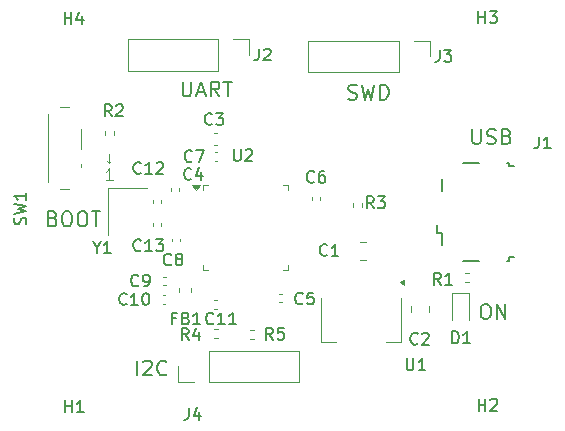
<source format=gbr>
%TF.GenerationSoftware,KiCad,Pcbnew,8.0.0*%
%TF.CreationDate,2024-04-09T16:16:32+09:00*%
%TF.ProjectId,240325_ESP32_d0146,32343033-3235-45f4-9553-5033325f6430,rev?*%
%TF.SameCoordinates,Original*%
%TF.FileFunction,Legend,Top*%
%TF.FilePolarity,Positive*%
%FSLAX46Y46*%
G04 Gerber Fmt 4.6, Leading zero omitted, Abs format (unit mm)*
G04 Created by KiCad (PCBNEW 8.0.0) date 2024-04-09 16:16:32*
%MOMM*%
%LPD*%
G01*
G04 APERTURE LIST*
%ADD10C,0.200000*%
%ADD11C,0.100000*%
%ADD12C,0.150000*%
%ADD13C,0.120000*%
G04 APERTURE END LIST*
D10*
X121979197Y-63936623D02*
X121979197Y-64948528D01*
X121979197Y-64948528D02*
X122038720Y-65067576D01*
X122038720Y-65067576D02*
X122098244Y-65127100D01*
X122098244Y-65127100D02*
X122217292Y-65186623D01*
X122217292Y-65186623D02*
X122455387Y-65186623D01*
X122455387Y-65186623D02*
X122574435Y-65127100D01*
X122574435Y-65127100D02*
X122633958Y-65067576D01*
X122633958Y-65067576D02*
X122693482Y-64948528D01*
X122693482Y-64948528D02*
X122693482Y-63936623D01*
X123229197Y-65127100D02*
X123407768Y-65186623D01*
X123407768Y-65186623D02*
X123705387Y-65186623D01*
X123705387Y-65186623D02*
X123824435Y-65127100D01*
X123824435Y-65127100D02*
X123883959Y-65067576D01*
X123883959Y-65067576D02*
X123943482Y-64948528D01*
X123943482Y-64948528D02*
X123943482Y-64829480D01*
X123943482Y-64829480D02*
X123883959Y-64710433D01*
X123883959Y-64710433D02*
X123824435Y-64650909D01*
X123824435Y-64650909D02*
X123705387Y-64591385D01*
X123705387Y-64591385D02*
X123467292Y-64531861D01*
X123467292Y-64531861D02*
X123348244Y-64472338D01*
X123348244Y-64472338D02*
X123288721Y-64412814D01*
X123288721Y-64412814D02*
X123229197Y-64293766D01*
X123229197Y-64293766D02*
X123229197Y-64174719D01*
X123229197Y-64174719D02*
X123288721Y-64055671D01*
X123288721Y-64055671D02*
X123348244Y-63996147D01*
X123348244Y-63996147D02*
X123467292Y-63936623D01*
X123467292Y-63936623D02*
X123764911Y-63936623D01*
X123764911Y-63936623D02*
X123943482Y-63996147D01*
X124895863Y-64531861D02*
X125074435Y-64591385D01*
X125074435Y-64591385D02*
X125133958Y-64650909D01*
X125133958Y-64650909D02*
X125193482Y-64769957D01*
X125193482Y-64769957D02*
X125193482Y-64948528D01*
X125193482Y-64948528D02*
X125133958Y-65067576D01*
X125133958Y-65067576D02*
X125074435Y-65127100D01*
X125074435Y-65127100D02*
X124955387Y-65186623D01*
X124955387Y-65186623D02*
X124479197Y-65186623D01*
X124479197Y-65186623D02*
X124479197Y-63936623D01*
X124479197Y-63936623D02*
X124895863Y-63936623D01*
X124895863Y-63936623D02*
X125014911Y-63996147D01*
X125014911Y-63996147D02*
X125074435Y-64055671D01*
X125074435Y-64055671D02*
X125133958Y-64174719D01*
X125133958Y-64174719D02*
X125133958Y-64293766D01*
X125133958Y-64293766D02*
X125074435Y-64412814D01*
X125074435Y-64412814D02*
X125014911Y-64472338D01*
X125014911Y-64472338D02*
X124895863Y-64531861D01*
X124895863Y-64531861D02*
X124479197Y-64531861D01*
X122992292Y-78736623D02*
X123230387Y-78736623D01*
X123230387Y-78736623D02*
X123349435Y-78796147D01*
X123349435Y-78796147D02*
X123468482Y-78915195D01*
X123468482Y-78915195D02*
X123528006Y-79153290D01*
X123528006Y-79153290D02*
X123528006Y-79569957D01*
X123528006Y-79569957D02*
X123468482Y-79808052D01*
X123468482Y-79808052D02*
X123349435Y-79927100D01*
X123349435Y-79927100D02*
X123230387Y-79986623D01*
X123230387Y-79986623D02*
X122992292Y-79986623D01*
X122992292Y-79986623D02*
X122873244Y-79927100D01*
X122873244Y-79927100D02*
X122754197Y-79808052D01*
X122754197Y-79808052D02*
X122694673Y-79569957D01*
X122694673Y-79569957D02*
X122694673Y-79153290D01*
X122694673Y-79153290D02*
X122754197Y-78915195D01*
X122754197Y-78915195D02*
X122873244Y-78796147D01*
X122873244Y-78796147D02*
X122992292Y-78736623D01*
X124063721Y-79986623D02*
X124063721Y-78736623D01*
X124063721Y-78736623D02*
X124778006Y-79986623D01*
X124778006Y-79986623D02*
X124778006Y-78736623D01*
X93579197Y-84761623D02*
X93579197Y-83511623D01*
X94114911Y-83630671D02*
X94174435Y-83571147D01*
X94174435Y-83571147D02*
X94293482Y-83511623D01*
X94293482Y-83511623D02*
X94591101Y-83511623D01*
X94591101Y-83511623D02*
X94710149Y-83571147D01*
X94710149Y-83571147D02*
X94769673Y-83630671D01*
X94769673Y-83630671D02*
X94829196Y-83749719D01*
X94829196Y-83749719D02*
X94829196Y-83868766D01*
X94829196Y-83868766D02*
X94769673Y-84047338D01*
X94769673Y-84047338D02*
X94055387Y-84761623D01*
X94055387Y-84761623D02*
X94829196Y-84761623D01*
X96079196Y-84642576D02*
X96019672Y-84702100D01*
X96019672Y-84702100D02*
X95841101Y-84761623D01*
X95841101Y-84761623D02*
X95722053Y-84761623D01*
X95722053Y-84761623D02*
X95543482Y-84702100D01*
X95543482Y-84702100D02*
X95424434Y-84583052D01*
X95424434Y-84583052D02*
X95364911Y-84464004D01*
X95364911Y-84464004D02*
X95305387Y-84225909D01*
X95305387Y-84225909D02*
X95305387Y-84047338D01*
X95305387Y-84047338D02*
X95364911Y-83809242D01*
X95364911Y-83809242D02*
X95424434Y-83690195D01*
X95424434Y-83690195D02*
X95543482Y-83571147D01*
X95543482Y-83571147D02*
X95722053Y-83511623D01*
X95722053Y-83511623D02*
X95841101Y-83511623D01*
X95841101Y-83511623D02*
X96019672Y-83571147D01*
X96019672Y-83571147D02*
X96079196Y-83630671D01*
D11*
X91527693Y-68247419D02*
X90956265Y-68247419D01*
X91241979Y-68247419D02*
X91241979Y-67247419D01*
X91241979Y-67247419D02*
X91146741Y-67390276D01*
X91146741Y-67390276D02*
X91051503Y-67485514D01*
X91051503Y-67485514D02*
X90956265Y-67533133D01*
X91209836Y-66010514D02*
X91209836Y-66772419D01*
X91400312Y-66581942D02*
X91209836Y-66772419D01*
X91209836Y-66772419D02*
X91019360Y-66581942D01*
D10*
X86470863Y-71481861D02*
X86649435Y-71541385D01*
X86649435Y-71541385D02*
X86708958Y-71600909D01*
X86708958Y-71600909D02*
X86768482Y-71719957D01*
X86768482Y-71719957D02*
X86768482Y-71898528D01*
X86768482Y-71898528D02*
X86708958Y-72017576D01*
X86708958Y-72017576D02*
X86649435Y-72077100D01*
X86649435Y-72077100D02*
X86530387Y-72136623D01*
X86530387Y-72136623D02*
X86054197Y-72136623D01*
X86054197Y-72136623D02*
X86054197Y-70886623D01*
X86054197Y-70886623D02*
X86470863Y-70886623D01*
X86470863Y-70886623D02*
X86589911Y-70946147D01*
X86589911Y-70946147D02*
X86649435Y-71005671D01*
X86649435Y-71005671D02*
X86708958Y-71124719D01*
X86708958Y-71124719D02*
X86708958Y-71243766D01*
X86708958Y-71243766D02*
X86649435Y-71362814D01*
X86649435Y-71362814D02*
X86589911Y-71422338D01*
X86589911Y-71422338D02*
X86470863Y-71481861D01*
X86470863Y-71481861D02*
X86054197Y-71481861D01*
X87542292Y-70886623D02*
X87780387Y-70886623D01*
X87780387Y-70886623D02*
X87899435Y-70946147D01*
X87899435Y-70946147D02*
X88018482Y-71065195D01*
X88018482Y-71065195D02*
X88078006Y-71303290D01*
X88078006Y-71303290D02*
X88078006Y-71719957D01*
X88078006Y-71719957D02*
X88018482Y-71958052D01*
X88018482Y-71958052D02*
X87899435Y-72077100D01*
X87899435Y-72077100D02*
X87780387Y-72136623D01*
X87780387Y-72136623D02*
X87542292Y-72136623D01*
X87542292Y-72136623D02*
X87423244Y-72077100D01*
X87423244Y-72077100D02*
X87304197Y-71958052D01*
X87304197Y-71958052D02*
X87244673Y-71719957D01*
X87244673Y-71719957D02*
X87244673Y-71303290D01*
X87244673Y-71303290D02*
X87304197Y-71065195D01*
X87304197Y-71065195D02*
X87423244Y-70946147D01*
X87423244Y-70946147D02*
X87542292Y-70886623D01*
X88851816Y-70886623D02*
X89089911Y-70886623D01*
X89089911Y-70886623D02*
X89208959Y-70946147D01*
X89208959Y-70946147D02*
X89328006Y-71065195D01*
X89328006Y-71065195D02*
X89387530Y-71303290D01*
X89387530Y-71303290D02*
X89387530Y-71719957D01*
X89387530Y-71719957D02*
X89328006Y-71958052D01*
X89328006Y-71958052D02*
X89208959Y-72077100D01*
X89208959Y-72077100D02*
X89089911Y-72136623D01*
X89089911Y-72136623D02*
X88851816Y-72136623D01*
X88851816Y-72136623D02*
X88732768Y-72077100D01*
X88732768Y-72077100D02*
X88613721Y-71958052D01*
X88613721Y-71958052D02*
X88554197Y-71719957D01*
X88554197Y-71719957D02*
X88554197Y-71303290D01*
X88554197Y-71303290D02*
X88613721Y-71065195D01*
X88613721Y-71065195D02*
X88732768Y-70946147D01*
X88732768Y-70946147D02*
X88851816Y-70886623D01*
X89744673Y-70886623D02*
X90458959Y-70886623D01*
X90101816Y-72136623D02*
X90101816Y-70886623D01*
X97454197Y-59886623D02*
X97454197Y-60898528D01*
X97454197Y-60898528D02*
X97513720Y-61017576D01*
X97513720Y-61017576D02*
X97573244Y-61077100D01*
X97573244Y-61077100D02*
X97692292Y-61136623D01*
X97692292Y-61136623D02*
X97930387Y-61136623D01*
X97930387Y-61136623D02*
X98049435Y-61077100D01*
X98049435Y-61077100D02*
X98108958Y-61017576D01*
X98108958Y-61017576D02*
X98168482Y-60898528D01*
X98168482Y-60898528D02*
X98168482Y-59886623D01*
X98704197Y-60779480D02*
X99299435Y-60779480D01*
X98585149Y-61136623D02*
X99001816Y-59886623D01*
X99001816Y-59886623D02*
X99418482Y-61136623D01*
X100549435Y-61136623D02*
X100132769Y-60541385D01*
X99835150Y-61136623D02*
X99835150Y-59886623D01*
X99835150Y-59886623D02*
X100311340Y-59886623D01*
X100311340Y-59886623D02*
X100430388Y-59946147D01*
X100430388Y-59946147D02*
X100489911Y-60005671D01*
X100489911Y-60005671D02*
X100549435Y-60124719D01*
X100549435Y-60124719D02*
X100549435Y-60303290D01*
X100549435Y-60303290D02*
X100489911Y-60422338D01*
X100489911Y-60422338D02*
X100430388Y-60481861D01*
X100430388Y-60481861D02*
X100311340Y-60541385D01*
X100311340Y-60541385D02*
X99835150Y-60541385D01*
X100906578Y-59886623D02*
X101620864Y-59886623D01*
X101263721Y-61136623D02*
X101263721Y-59886623D01*
X111494673Y-61352100D02*
X111673244Y-61411623D01*
X111673244Y-61411623D02*
X111970863Y-61411623D01*
X111970863Y-61411623D02*
X112089911Y-61352100D01*
X112089911Y-61352100D02*
X112149435Y-61292576D01*
X112149435Y-61292576D02*
X112208958Y-61173528D01*
X112208958Y-61173528D02*
X112208958Y-61054480D01*
X112208958Y-61054480D02*
X112149435Y-60935433D01*
X112149435Y-60935433D02*
X112089911Y-60875909D01*
X112089911Y-60875909D02*
X111970863Y-60816385D01*
X111970863Y-60816385D02*
X111732768Y-60756861D01*
X111732768Y-60756861D02*
X111613720Y-60697338D01*
X111613720Y-60697338D02*
X111554197Y-60637814D01*
X111554197Y-60637814D02*
X111494673Y-60518766D01*
X111494673Y-60518766D02*
X111494673Y-60399719D01*
X111494673Y-60399719D02*
X111554197Y-60280671D01*
X111554197Y-60280671D02*
X111613720Y-60221147D01*
X111613720Y-60221147D02*
X111732768Y-60161623D01*
X111732768Y-60161623D02*
X112030387Y-60161623D01*
X112030387Y-60161623D02*
X112208958Y-60221147D01*
X112625625Y-60161623D02*
X112923244Y-61411623D01*
X112923244Y-61411623D02*
X113161339Y-60518766D01*
X113161339Y-60518766D02*
X113399434Y-61411623D01*
X113399434Y-61411623D02*
X113697054Y-60161623D01*
X114173244Y-61411623D02*
X114173244Y-60161623D01*
X114173244Y-60161623D02*
X114470863Y-60161623D01*
X114470863Y-60161623D02*
X114649434Y-60221147D01*
X114649434Y-60221147D02*
X114768482Y-60340195D01*
X114768482Y-60340195D02*
X114828005Y-60459242D01*
X114828005Y-60459242D02*
X114887529Y-60697338D01*
X114887529Y-60697338D02*
X114887529Y-60875909D01*
X114887529Y-60875909D02*
X114828005Y-61114004D01*
X114828005Y-61114004D02*
X114768482Y-61233052D01*
X114768482Y-61233052D02*
X114649434Y-61352100D01*
X114649434Y-61352100D02*
X114470863Y-61411623D01*
X114470863Y-61411623D02*
X114173244Y-61411623D01*
D12*
X84157200Y-71983332D02*
X84204819Y-71840475D01*
X84204819Y-71840475D02*
X84204819Y-71602380D01*
X84204819Y-71602380D02*
X84157200Y-71507142D01*
X84157200Y-71507142D02*
X84109580Y-71459523D01*
X84109580Y-71459523D02*
X84014342Y-71411904D01*
X84014342Y-71411904D02*
X83919104Y-71411904D01*
X83919104Y-71411904D02*
X83823866Y-71459523D01*
X83823866Y-71459523D02*
X83776247Y-71507142D01*
X83776247Y-71507142D02*
X83728628Y-71602380D01*
X83728628Y-71602380D02*
X83681009Y-71792856D01*
X83681009Y-71792856D02*
X83633390Y-71888094D01*
X83633390Y-71888094D02*
X83585771Y-71935713D01*
X83585771Y-71935713D02*
X83490533Y-71983332D01*
X83490533Y-71983332D02*
X83395295Y-71983332D01*
X83395295Y-71983332D02*
X83300057Y-71935713D01*
X83300057Y-71935713D02*
X83252438Y-71888094D01*
X83252438Y-71888094D02*
X83204819Y-71792856D01*
X83204819Y-71792856D02*
X83204819Y-71554761D01*
X83204819Y-71554761D02*
X83252438Y-71411904D01*
X83204819Y-71078570D02*
X84204819Y-70840475D01*
X84204819Y-70840475D02*
X83490533Y-70649999D01*
X83490533Y-70649999D02*
X84204819Y-70459523D01*
X84204819Y-70459523D02*
X83204819Y-70221428D01*
X84204819Y-69316666D02*
X84204819Y-69888094D01*
X84204819Y-69602380D02*
X83204819Y-69602380D01*
X83204819Y-69602380D02*
X83347676Y-69697618D01*
X83347676Y-69697618D02*
X83442914Y-69792856D01*
X83442914Y-69792856D02*
X83490533Y-69888094D01*
X97958333Y-81779819D02*
X97625000Y-81303628D01*
X97386905Y-81779819D02*
X97386905Y-80779819D01*
X97386905Y-80779819D02*
X97767857Y-80779819D01*
X97767857Y-80779819D02*
X97863095Y-80827438D01*
X97863095Y-80827438D02*
X97910714Y-80875057D01*
X97910714Y-80875057D02*
X97958333Y-80970295D01*
X97958333Y-80970295D02*
X97958333Y-81113152D01*
X97958333Y-81113152D02*
X97910714Y-81208390D01*
X97910714Y-81208390D02*
X97863095Y-81256009D01*
X97863095Y-81256009D02*
X97767857Y-81303628D01*
X97767857Y-81303628D02*
X97386905Y-81303628D01*
X98815476Y-81113152D02*
X98815476Y-81779819D01*
X98577381Y-80732200D02*
X98339286Y-81446485D01*
X98339286Y-81446485D02*
X98958333Y-81446485D01*
X91433333Y-62829819D02*
X91100000Y-62353628D01*
X90861905Y-62829819D02*
X90861905Y-61829819D01*
X90861905Y-61829819D02*
X91242857Y-61829819D01*
X91242857Y-61829819D02*
X91338095Y-61877438D01*
X91338095Y-61877438D02*
X91385714Y-61925057D01*
X91385714Y-61925057D02*
X91433333Y-62020295D01*
X91433333Y-62020295D02*
X91433333Y-62163152D01*
X91433333Y-62163152D02*
X91385714Y-62258390D01*
X91385714Y-62258390D02*
X91338095Y-62306009D01*
X91338095Y-62306009D02*
X91242857Y-62353628D01*
X91242857Y-62353628D02*
X90861905Y-62353628D01*
X91814286Y-61925057D02*
X91861905Y-61877438D01*
X91861905Y-61877438D02*
X91957143Y-61829819D01*
X91957143Y-61829819D02*
X92195238Y-61829819D01*
X92195238Y-61829819D02*
X92290476Y-61877438D01*
X92290476Y-61877438D02*
X92338095Y-61925057D01*
X92338095Y-61925057D02*
X92385714Y-62020295D01*
X92385714Y-62020295D02*
X92385714Y-62115533D01*
X92385714Y-62115533D02*
X92338095Y-62258390D01*
X92338095Y-62258390D02*
X91766667Y-62829819D01*
X91766667Y-62829819D02*
X92385714Y-62829819D01*
X116425595Y-83329819D02*
X116425595Y-84139342D01*
X116425595Y-84139342D02*
X116473214Y-84234580D01*
X116473214Y-84234580D02*
X116520833Y-84282200D01*
X116520833Y-84282200D02*
X116616071Y-84329819D01*
X116616071Y-84329819D02*
X116806547Y-84329819D01*
X116806547Y-84329819D02*
X116901785Y-84282200D01*
X116901785Y-84282200D02*
X116949404Y-84234580D01*
X116949404Y-84234580D02*
X116997023Y-84139342D01*
X116997023Y-84139342D02*
X116997023Y-83329819D01*
X117997023Y-84329819D02*
X117425595Y-84329819D01*
X117711309Y-84329819D02*
X117711309Y-83329819D01*
X117711309Y-83329819D02*
X117616071Y-83472676D01*
X117616071Y-83472676D02*
X117520833Y-83567914D01*
X117520833Y-83567914D02*
X117425595Y-83615533D01*
X103916666Y-57104819D02*
X103916666Y-57819104D01*
X103916666Y-57819104D02*
X103869047Y-57961961D01*
X103869047Y-57961961D02*
X103773809Y-58057200D01*
X103773809Y-58057200D02*
X103630952Y-58104819D01*
X103630952Y-58104819D02*
X103535714Y-58104819D01*
X104345238Y-57200057D02*
X104392857Y-57152438D01*
X104392857Y-57152438D02*
X104488095Y-57104819D01*
X104488095Y-57104819D02*
X104726190Y-57104819D01*
X104726190Y-57104819D02*
X104821428Y-57152438D01*
X104821428Y-57152438D02*
X104869047Y-57200057D01*
X104869047Y-57200057D02*
X104916666Y-57295295D01*
X104916666Y-57295295D02*
X104916666Y-57390533D01*
X104916666Y-57390533D02*
X104869047Y-57533390D01*
X104869047Y-57533390D02*
X104297619Y-58104819D01*
X104297619Y-58104819D02*
X104916666Y-58104819D01*
X93907142Y-67609580D02*
X93859523Y-67657200D01*
X93859523Y-67657200D02*
X93716666Y-67704819D01*
X93716666Y-67704819D02*
X93621428Y-67704819D01*
X93621428Y-67704819D02*
X93478571Y-67657200D01*
X93478571Y-67657200D02*
X93383333Y-67561961D01*
X93383333Y-67561961D02*
X93335714Y-67466723D01*
X93335714Y-67466723D02*
X93288095Y-67276247D01*
X93288095Y-67276247D02*
X93288095Y-67133390D01*
X93288095Y-67133390D02*
X93335714Y-66942914D01*
X93335714Y-66942914D02*
X93383333Y-66847676D01*
X93383333Y-66847676D02*
X93478571Y-66752438D01*
X93478571Y-66752438D02*
X93621428Y-66704819D01*
X93621428Y-66704819D02*
X93716666Y-66704819D01*
X93716666Y-66704819D02*
X93859523Y-66752438D01*
X93859523Y-66752438D02*
X93907142Y-66800057D01*
X94859523Y-67704819D02*
X94288095Y-67704819D01*
X94573809Y-67704819D02*
X94573809Y-66704819D01*
X94573809Y-66704819D02*
X94478571Y-66847676D01*
X94478571Y-66847676D02*
X94383333Y-66942914D01*
X94383333Y-66942914D02*
X94288095Y-66990533D01*
X95240476Y-66800057D02*
X95288095Y-66752438D01*
X95288095Y-66752438D02*
X95383333Y-66704819D01*
X95383333Y-66704819D02*
X95621428Y-66704819D01*
X95621428Y-66704819D02*
X95716666Y-66752438D01*
X95716666Y-66752438D02*
X95764285Y-66800057D01*
X95764285Y-66800057D02*
X95811904Y-66895295D01*
X95811904Y-66895295D02*
X95811904Y-66990533D01*
X95811904Y-66990533D02*
X95764285Y-67133390D01*
X95764285Y-67133390D02*
X95192857Y-67704819D01*
X95192857Y-67704819D02*
X95811904Y-67704819D01*
X101788095Y-65604819D02*
X101788095Y-66414342D01*
X101788095Y-66414342D02*
X101835714Y-66509580D01*
X101835714Y-66509580D02*
X101883333Y-66557200D01*
X101883333Y-66557200D02*
X101978571Y-66604819D01*
X101978571Y-66604819D02*
X102169047Y-66604819D01*
X102169047Y-66604819D02*
X102264285Y-66557200D01*
X102264285Y-66557200D02*
X102311904Y-66509580D01*
X102311904Y-66509580D02*
X102359523Y-66414342D01*
X102359523Y-66414342D02*
X102359523Y-65604819D01*
X102788095Y-65700057D02*
X102835714Y-65652438D01*
X102835714Y-65652438D02*
X102930952Y-65604819D01*
X102930952Y-65604819D02*
X103169047Y-65604819D01*
X103169047Y-65604819D02*
X103264285Y-65652438D01*
X103264285Y-65652438D02*
X103311904Y-65700057D01*
X103311904Y-65700057D02*
X103359523Y-65795295D01*
X103359523Y-65795295D02*
X103359523Y-65890533D01*
X103359523Y-65890533D02*
X103311904Y-66033390D01*
X103311904Y-66033390D02*
X102740476Y-66604819D01*
X102740476Y-66604819D02*
X103359523Y-66604819D01*
X87513095Y-87879819D02*
X87513095Y-86879819D01*
X87513095Y-87356009D02*
X88084523Y-87356009D01*
X88084523Y-87879819D02*
X88084523Y-86879819D01*
X89084523Y-87879819D02*
X88513095Y-87879819D01*
X88798809Y-87879819D02*
X88798809Y-86879819D01*
X88798809Y-86879819D02*
X88703571Y-87022676D01*
X88703571Y-87022676D02*
X88608333Y-87117914D01*
X88608333Y-87117914D02*
X88513095Y-87165533D01*
X107608333Y-78659580D02*
X107560714Y-78707200D01*
X107560714Y-78707200D02*
X107417857Y-78754819D01*
X107417857Y-78754819D02*
X107322619Y-78754819D01*
X107322619Y-78754819D02*
X107179762Y-78707200D01*
X107179762Y-78707200D02*
X107084524Y-78611961D01*
X107084524Y-78611961D02*
X107036905Y-78516723D01*
X107036905Y-78516723D02*
X106989286Y-78326247D01*
X106989286Y-78326247D02*
X106989286Y-78183390D01*
X106989286Y-78183390D02*
X107036905Y-77992914D01*
X107036905Y-77992914D02*
X107084524Y-77897676D01*
X107084524Y-77897676D02*
X107179762Y-77802438D01*
X107179762Y-77802438D02*
X107322619Y-77754819D01*
X107322619Y-77754819D02*
X107417857Y-77754819D01*
X107417857Y-77754819D02*
X107560714Y-77802438D01*
X107560714Y-77802438D02*
X107608333Y-77850057D01*
X108513095Y-77754819D02*
X108036905Y-77754819D01*
X108036905Y-77754819D02*
X107989286Y-78231009D01*
X107989286Y-78231009D02*
X108036905Y-78183390D01*
X108036905Y-78183390D02*
X108132143Y-78135771D01*
X108132143Y-78135771D02*
X108370238Y-78135771D01*
X108370238Y-78135771D02*
X108465476Y-78183390D01*
X108465476Y-78183390D02*
X108513095Y-78231009D01*
X108513095Y-78231009D02*
X108560714Y-78326247D01*
X108560714Y-78326247D02*
X108560714Y-78564342D01*
X108560714Y-78564342D02*
X108513095Y-78659580D01*
X108513095Y-78659580D02*
X108465476Y-78707200D01*
X108465476Y-78707200D02*
X108370238Y-78754819D01*
X108370238Y-78754819D02*
X108132143Y-78754819D01*
X108132143Y-78754819D02*
X108036905Y-78707200D01*
X108036905Y-78707200D02*
X107989286Y-78659580D01*
X96483333Y-75359580D02*
X96435714Y-75407200D01*
X96435714Y-75407200D02*
X96292857Y-75454819D01*
X96292857Y-75454819D02*
X96197619Y-75454819D01*
X96197619Y-75454819D02*
X96054762Y-75407200D01*
X96054762Y-75407200D02*
X95959524Y-75311961D01*
X95959524Y-75311961D02*
X95911905Y-75216723D01*
X95911905Y-75216723D02*
X95864286Y-75026247D01*
X95864286Y-75026247D02*
X95864286Y-74883390D01*
X95864286Y-74883390D02*
X95911905Y-74692914D01*
X95911905Y-74692914D02*
X95959524Y-74597676D01*
X95959524Y-74597676D02*
X96054762Y-74502438D01*
X96054762Y-74502438D02*
X96197619Y-74454819D01*
X96197619Y-74454819D02*
X96292857Y-74454819D01*
X96292857Y-74454819D02*
X96435714Y-74502438D01*
X96435714Y-74502438D02*
X96483333Y-74550057D01*
X97054762Y-74883390D02*
X96959524Y-74835771D01*
X96959524Y-74835771D02*
X96911905Y-74788152D01*
X96911905Y-74788152D02*
X96864286Y-74692914D01*
X96864286Y-74692914D02*
X96864286Y-74645295D01*
X96864286Y-74645295D02*
X96911905Y-74550057D01*
X96911905Y-74550057D02*
X96959524Y-74502438D01*
X96959524Y-74502438D02*
X97054762Y-74454819D01*
X97054762Y-74454819D02*
X97245238Y-74454819D01*
X97245238Y-74454819D02*
X97340476Y-74502438D01*
X97340476Y-74502438D02*
X97388095Y-74550057D01*
X97388095Y-74550057D02*
X97435714Y-74645295D01*
X97435714Y-74645295D02*
X97435714Y-74692914D01*
X97435714Y-74692914D02*
X97388095Y-74788152D01*
X97388095Y-74788152D02*
X97340476Y-74835771D01*
X97340476Y-74835771D02*
X97245238Y-74883390D01*
X97245238Y-74883390D02*
X97054762Y-74883390D01*
X97054762Y-74883390D02*
X96959524Y-74931009D01*
X96959524Y-74931009D02*
X96911905Y-74978628D01*
X96911905Y-74978628D02*
X96864286Y-75073866D01*
X96864286Y-75073866D02*
X96864286Y-75264342D01*
X96864286Y-75264342D02*
X96911905Y-75359580D01*
X96911905Y-75359580D02*
X96959524Y-75407200D01*
X96959524Y-75407200D02*
X97054762Y-75454819D01*
X97054762Y-75454819D02*
X97245238Y-75454819D01*
X97245238Y-75454819D02*
X97340476Y-75407200D01*
X97340476Y-75407200D02*
X97388095Y-75359580D01*
X97388095Y-75359580D02*
X97435714Y-75264342D01*
X97435714Y-75264342D02*
X97435714Y-75073866D01*
X97435714Y-75073866D02*
X97388095Y-74978628D01*
X97388095Y-74978628D02*
X97340476Y-74931009D01*
X97340476Y-74931009D02*
X97245238Y-74883390D01*
X122513095Y-87754819D02*
X122513095Y-86754819D01*
X122513095Y-87231009D02*
X123084523Y-87231009D01*
X123084523Y-87754819D02*
X123084523Y-86754819D01*
X123513095Y-86850057D02*
X123560714Y-86802438D01*
X123560714Y-86802438D02*
X123655952Y-86754819D01*
X123655952Y-86754819D02*
X123894047Y-86754819D01*
X123894047Y-86754819D02*
X123989285Y-86802438D01*
X123989285Y-86802438D02*
X124036904Y-86850057D01*
X124036904Y-86850057D02*
X124084523Y-86945295D01*
X124084523Y-86945295D02*
X124084523Y-87040533D01*
X124084523Y-87040533D02*
X124036904Y-87183390D01*
X124036904Y-87183390D02*
X123465476Y-87754819D01*
X123465476Y-87754819D02*
X124084523Y-87754819D01*
X117358333Y-82059580D02*
X117310714Y-82107200D01*
X117310714Y-82107200D02*
X117167857Y-82154819D01*
X117167857Y-82154819D02*
X117072619Y-82154819D01*
X117072619Y-82154819D02*
X116929762Y-82107200D01*
X116929762Y-82107200D02*
X116834524Y-82011961D01*
X116834524Y-82011961D02*
X116786905Y-81916723D01*
X116786905Y-81916723D02*
X116739286Y-81726247D01*
X116739286Y-81726247D02*
X116739286Y-81583390D01*
X116739286Y-81583390D02*
X116786905Y-81392914D01*
X116786905Y-81392914D02*
X116834524Y-81297676D01*
X116834524Y-81297676D02*
X116929762Y-81202438D01*
X116929762Y-81202438D02*
X117072619Y-81154819D01*
X117072619Y-81154819D02*
X117167857Y-81154819D01*
X117167857Y-81154819D02*
X117310714Y-81202438D01*
X117310714Y-81202438D02*
X117358333Y-81250057D01*
X117739286Y-81250057D02*
X117786905Y-81202438D01*
X117786905Y-81202438D02*
X117882143Y-81154819D01*
X117882143Y-81154819D02*
X118120238Y-81154819D01*
X118120238Y-81154819D02*
X118215476Y-81202438D01*
X118215476Y-81202438D02*
X118263095Y-81250057D01*
X118263095Y-81250057D02*
X118310714Y-81345295D01*
X118310714Y-81345295D02*
X118310714Y-81440533D01*
X118310714Y-81440533D02*
X118263095Y-81583390D01*
X118263095Y-81583390D02*
X117691667Y-82154819D01*
X117691667Y-82154819D02*
X118310714Y-82154819D01*
X98183333Y-68109580D02*
X98135714Y-68157200D01*
X98135714Y-68157200D02*
X97992857Y-68204819D01*
X97992857Y-68204819D02*
X97897619Y-68204819D01*
X97897619Y-68204819D02*
X97754762Y-68157200D01*
X97754762Y-68157200D02*
X97659524Y-68061961D01*
X97659524Y-68061961D02*
X97611905Y-67966723D01*
X97611905Y-67966723D02*
X97564286Y-67776247D01*
X97564286Y-67776247D02*
X97564286Y-67633390D01*
X97564286Y-67633390D02*
X97611905Y-67442914D01*
X97611905Y-67442914D02*
X97659524Y-67347676D01*
X97659524Y-67347676D02*
X97754762Y-67252438D01*
X97754762Y-67252438D02*
X97897619Y-67204819D01*
X97897619Y-67204819D02*
X97992857Y-67204819D01*
X97992857Y-67204819D02*
X98135714Y-67252438D01*
X98135714Y-67252438D02*
X98183333Y-67300057D01*
X99040476Y-67538152D02*
X99040476Y-68204819D01*
X98802381Y-67157200D02*
X98564286Y-67871485D01*
X98564286Y-67871485D02*
X99183333Y-67871485D01*
X108583333Y-68359580D02*
X108535714Y-68407200D01*
X108535714Y-68407200D02*
X108392857Y-68454819D01*
X108392857Y-68454819D02*
X108297619Y-68454819D01*
X108297619Y-68454819D02*
X108154762Y-68407200D01*
X108154762Y-68407200D02*
X108059524Y-68311961D01*
X108059524Y-68311961D02*
X108011905Y-68216723D01*
X108011905Y-68216723D02*
X107964286Y-68026247D01*
X107964286Y-68026247D02*
X107964286Y-67883390D01*
X107964286Y-67883390D02*
X108011905Y-67692914D01*
X108011905Y-67692914D02*
X108059524Y-67597676D01*
X108059524Y-67597676D02*
X108154762Y-67502438D01*
X108154762Y-67502438D02*
X108297619Y-67454819D01*
X108297619Y-67454819D02*
X108392857Y-67454819D01*
X108392857Y-67454819D02*
X108535714Y-67502438D01*
X108535714Y-67502438D02*
X108583333Y-67550057D01*
X109440476Y-67454819D02*
X109250000Y-67454819D01*
X109250000Y-67454819D02*
X109154762Y-67502438D01*
X109154762Y-67502438D02*
X109107143Y-67550057D01*
X109107143Y-67550057D02*
X109011905Y-67692914D01*
X109011905Y-67692914D02*
X108964286Y-67883390D01*
X108964286Y-67883390D02*
X108964286Y-68264342D01*
X108964286Y-68264342D02*
X109011905Y-68359580D01*
X109011905Y-68359580D02*
X109059524Y-68407200D01*
X109059524Y-68407200D02*
X109154762Y-68454819D01*
X109154762Y-68454819D02*
X109345238Y-68454819D01*
X109345238Y-68454819D02*
X109440476Y-68407200D01*
X109440476Y-68407200D02*
X109488095Y-68359580D01*
X109488095Y-68359580D02*
X109535714Y-68264342D01*
X109535714Y-68264342D02*
X109535714Y-68026247D01*
X109535714Y-68026247D02*
X109488095Y-67931009D01*
X109488095Y-67931009D02*
X109440476Y-67883390D01*
X109440476Y-67883390D02*
X109345238Y-67835771D01*
X109345238Y-67835771D02*
X109154762Y-67835771D01*
X109154762Y-67835771D02*
X109059524Y-67883390D01*
X109059524Y-67883390D02*
X109011905Y-67931009D01*
X109011905Y-67931009D02*
X108964286Y-68026247D01*
X122488095Y-54929819D02*
X122488095Y-53929819D01*
X122488095Y-54406009D02*
X123059523Y-54406009D01*
X123059523Y-54929819D02*
X123059523Y-53929819D01*
X123440476Y-53929819D02*
X124059523Y-53929819D01*
X124059523Y-53929819D02*
X123726190Y-54310771D01*
X123726190Y-54310771D02*
X123869047Y-54310771D01*
X123869047Y-54310771D02*
X123964285Y-54358390D01*
X123964285Y-54358390D02*
X124011904Y-54406009D01*
X124011904Y-54406009D02*
X124059523Y-54501247D01*
X124059523Y-54501247D02*
X124059523Y-54739342D01*
X124059523Y-54739342D02*
X124011904Y-54834580D01*
X124011904Y-54834580D02*
X123964285Y-54882200D01*
X123964285Y-54882200D02*
X123869047Y-54929819D01*
X123869047Y-54929819D02*
X123583333Y-54929819D01*
X123583333Y-54929819D02*
X123488095Y-54882200D01*
X123488095Y-54882200D02*
X123440476Y-54834580D01*
X109683333Y-74559580D02*
X109635714Y-74607200D01*
X109635714Y-74607200D02*
X109492857Y-74654819D01*
X109492857Y-74654819D02*
X109397619Y-74654819D01*
X109397619Y-74654819D02*
X109254762Y-74607200D01*
X109254762Y-74607200D02*
X109159524Y-74511961D01*
X109159524Y-74511961D02*
X109111905Y-74416723D01*
X109111905Y-74416723D02*
X109064286Y-74226247D01*
X109064286Y-74226247D02*
X109064286Y-74083390D01*
X109064286Y-74083390D02*
X109111905Y-73892914D01*
X109111905Y-73892914D02*
X109159524Y-73797676D01*
X109159524Y-73797676D02*
X109254762Y-73702438D01*
X109254762Y-73702438D02*
X109397619Y-73654819D01*
X109397619Y-73654819D02*
X109492857Y-73654819D01*
X109492857Y-73654819D02*
X109635714Y-73702438D01*
X109635714Y-73702438D02*
X109683333Y-73750057D01*
X110635714Y-74654819D02*
X110064286Y-74654819D01*
X110350000Y-74654819D02*
X110350000Y-73654819D01*
X110350000Y-73654819D02*
X110254762Y-73797676D01*
X110254762Y-73797676D02*
X110159524Y-73892914D01*
X110159524Y-73892914D02*
X110064286Y-73940533D01*
X119308333Y-77079819D02*
X118975000Y-76603628D01*
X118736905Y-77079819D02*
X118736905Y-76079819D01*
X118736905Y-76079819D02*
X119117857Y-76079819D01*
X119117857Y-76079819D02*
X119213095Y-76127438D01*
X119213095Y-76127438D02*
X119260714Y-76175057D01*
X119260714Y-76175057D02*
X119308333Y-76270295D01*
X119308333Y-76270295D02*
X119308333Y-76413152D01*
X119308333Y-76413152D02*
X119260714Y-76508390D01*
X119260714Y-76508390D02*
X119213095Y-76556009D01*
X119213095Y-76556009D02*
X119117857Y-76603628D01*
X119117857Y-76603628D02*
X118736905Y-76603628D01*
X120260714Y-77079819D02*
X119689286Y-77079819D01*
X119975000Y-77079819D02*
X119975000Y-76079819D01*
X119975000Y-76079819D02*
X119879762Y-76222676D01*
X119879762Y-76222676D02*
X119784524Y-76317914D01*
X119784524Y-76317914D02*
X119689286Y-76365533D01*
X127616666Y-64554819D02*
X127616666Y-65269104D01*
X127616666Y-65269104D02*
X127569047Y-65411961D01*
X127569047Y-65411961D02*
X127473809Y-65507200D01*
X127473809Y-65507200D02*
X127330952Y-65554819D01*
X127330952Y-65554819D02*
X127235714Y-65554819D01*
X128616666Y-65554819D02*
X128045238Y-65554819D01*
X128330952Y-65554819D02*
X128330952Y-64554819D01*
X128330952Y-64554819D02*
X128235714Y-64697676D01*
X128235714Y-64697676D02*
X128140476Y-64792914D01*
X128140476Y-64792914D02*
X128045238Y-64840533D01*
X90173809Y-73953628D02*
X90173809Y-74429819D01*
X89840476Y-73429819D02*
X90173809Y-73953628D01*
X90173809Y-73953628D02*
X90507142Y-73429819D01*
X91364285Y-74429819D02*
X90792857Y-74429819D01*
X91078571Y-74429819D02*
X91078571Y-73429819D01*
X91078571Y-73429819D02*
X90983333Y-73572676D01*
X90983333Y-73572676D02*
X90888095Y-73667914D01*
X90888095Y-73667914D02*
X90792857Y-73715533D01*
X96866666Y-79931009D02*
X96533333Y-79931009D01*
X96533333Y-80454819D02*
X96533333Y-79454819D01*
X96533333Y-79454819D02*
X97009523Y-79454819D01*
X97723809Y-79931009D02*
X97866666Y-79978628D01*
X97866666Y-79978628D02*
X97914285Y-80026247D01*
X97914285Y-80026247D02*
X97961904Y-80121485D01*
X97961904Y-80121485D02*
X97961904Y-80264342D01*
X97961904Y-80264342D02*
X97914285Y-80359580D01*
X97914285Y-80359580D02*
X97866666Y-80407200D01*
X97866666Y-80407200D02*
X97771428Y-80454819D01*
X97771428Y-80454819D02*
X97390476Y-80454819D01*
X97390476Y-80454819D02*
X97390476Y-79454819D01*
X97390476Y-79454819D02*
X97723809Y-79454819D01*
X97723809Y-79454819D02*
X97819047Y-79502438D01*
X97819047Y-79502438D02*
X97866666Y-79550057D01*
X97866666Y-79550057D02*
X97914285Y-79645295D01*
X97914285Y-79645295D02*
X97914285Y-79740533D01*
X97914285Y-79740533D02*
X97866666Y-79835771D01*
X97866666Y-79835771D02*
X97819047Y-79883390D01*
X97819047Y-79883390D02*
X97723809Y-79931009D01*
X97723809Y-79931009D02*
X97390476Y-79931009D01*
X98914285Y-80454819D02*
X98342857Y-80454819D01*
X98628571Y-80454819D02*
X98628571Y-79454819D01*
X98628571Y-79454819D02*
X98533333Y-79597676D01*
X98533333Y-79597676D02*
X98438095Y-79692914D01*
X98438095Y-79692914D02*
X98342857Y-79740533D01*
X100057142Y-80359580D02*
X100009523Y-80407200D01*
X100009523Y-80407200D02*
X99866666Y-80454819D01*
X99866666Y-80454819D02*
X99771428Y-80454819D01*
X99771428Y-80454819D02*
X99628571Y-80407200D01*
X99628571Y-80407200D02*
X99533333Y-80311961D01*
X99533333Y-80311961D02*
X99485714Y-80216723D01*
X99485714Y-80216723D02*
X99438095Y-80026247D01*
X99438095Y-80026247D02*
X99438095Y-79883390D01*
X99438095Y-79883390D02*
X99485714Y-79692914D01*
X99485714Y-79692914D02*
X99533333Y-79597676D01*
X99533333Y-79597676D02*
X99628571Y-79502438D01*
X99628571Y-79502438D02*
X99771428Y-79454819D01*
X99771428Y-79454819D02*
X99866666Y-79454819D01*
X99866666Y-79454819D02*
X100009523Y-79502438D01*
X100009523Y-79502438D02*
X100057142Y-79550057D01*
X101009523Y-80454819D02*
X100438095Y-80454819D01*
X100723809Y-80454819D02*
X100723809Y-79454819D01*
X100723809Y-79454819D02*
X100628571Y-79597676D01*
X100628571Y-79597676D02*
X100533333Y-79692914D01*
X100533333Y-79692914D02*
X100438095Y-79740533D01*
X101961904Y-80454819D02*
X101390476Y-80454819D01*
X101676190Y-80454819D02*
X101676190Y-79454819D01*
X101676190Y-79454819D02*
X101580952Y-79597676D01*
X101580952Y-79597676D02*
X101485714Y-79692914D01*
X101485714Y-79692914D02*
X101390476Y-79740533D01*
X93708333Y-77134580D02*
X93660714Y-77182200D01*
X93660714Y-77182200D02*
X93517857Y-77229819D01*
X93517857Y-77229819D02*
X93422619Y-77229819D01*
X93422619Y-77229819D02*
X93279762Y-77182200D01*
X93279762Y-77182200D02*
X93184524Y-77086961D01*
X93184524Y-77086961D02*
X93136905Y-76991723D01*
X93136905Y-76991723D02*
X93089286Y-76801247D01*
X93089286Y-76801247D02*
X93089286Y-76658390D01*
X93089286Y-76658390D02*
X93136905Y-76467914D01*
X93136905Y-76467914D02*
X93184524Y-76372676D01*
X93184524Y-76372676D02*
X93279762Y-76277438D01*
X93279762Y-76277438D02*
X93422619Y-76229819D01*
X93422619Y-76229819D02*
X93517857Y-76229819D01*
X93517857Y-76229819D02*
X93660714Y-76277438D01*
X93660714Y-76277438D02*
X93708333Y-76325057D01*
X94184524Y-77229819D02*
X94375000Y-77229819D01*
X94375000Y-77229819D02*
X94470238Y-77182200D01*
X94470238Y-77182200D02*
X94517857Y-77134580D01*
X94517857Y-77134580D02*
X94613095Y-76991723D01*
X94613095Y-76991723D02*
X94660714Y-76801247D01*
X94660714Y-76801247D02*
X94660714Y-76420295D01*
X94660714Y-76420295D02*
X94613095Y-76325057D01*
X94613095Y-76325057D02*
X94565476Y-76277438D01*
X94565476Y-76277438D02*
X94470238Y-76229819D01*
X94470238Y-76229819D02*
X94279762Y-76229819D01*
X94279762Y-76229819D02*
X94184524Y-76277438D01*
X94184524Y-76277438D02*
X94136905Y-76325057D01*
X94136905Y-76325057D02*
X94089286Y-76420295D01*
X94089286Y-76420295D02*
X94089286Y-76658390D01*
X94089286Y-76658390D02*
X94136905Y-76753628D01*
X94136905Y-76753628D02*
X94184524Y-76801247D01*
X94184524Y-76801247D02*
X94279762Y-76848866D01*
X94279762Y-76848866D02*
X94470238Y-76848866D01*
X94470238Y-76848866D02*
X94565476Y-76801247D01*
X94565476Y-76801247D02*
X94613095Y-76753628D01*
X94613095Y-76753628D02*
X94660714Y-76658390D01*
X97966666Y-87529819D02*
X97966666Y-88244104D01*
X97966666Y-88244104D02*
X97919047Y-88386961D01*
X97919047Y-88386961D02*
X97823809Y-88482200D01*
X97823809Y-88482200D02*
X97680952Y-88529819D01*
X97680952Y-88529819D02*
X97585714Y-88529819D01*
X98871428Y-87863152D02*
X98871428Y-88529819D01*
X98633333Y-87482200D02*
X98395238Y-88196485D01*
X98395238Y-88196485D02*
X99014285Y-88196485D01*
X119206666Y-57204819D02*
X119206666Y-57919104D01*
X119206666Y-57919104D02*
X119159047Y-58061961D01*
X119159047Y-58061961D02*
X119063809Y-58157200D01*
X119063809Y-58157200D02*
X118920952Y-58204819D01*
X118920952Y-58204819D02*
X118825714Y-58204819D01*
X119587619Y-57204819D02*
X120206666Y-57204819D01*
X120206666Y-57204819D02*
X119873333Y-57585771D01*
X119873333Y-57585771D02*
X120016190Y-57585771D01*
X120016190Y-57585771D02*
X120111428Y-57633390D01*
X120111428Y-57633390D02*
X120159047Y-57681009D01*
X120159047Y-57681009D02*
X120206666Y-57776247D01*
X120206666Y-57776247D02*
X120206666Y-58014342D01*
X120206666Y-58014342D02*
X120159047Y-58109580D01*
X120159047Y-58109580D02*
X120111428Y-58157200D01*
X120111428Y-58157200D02*
X120016190Y-58204819D01*
X120016190Y-58204819D02*
X119730476Y-58204819D01*
X119730476Y-58204819D02*
X119635238Y-58157200D01*
X119635238Y-58157200D02*
X119587619Y-58109580D01*
X87463095Y-55029819D02*
X87463095Y-54029819D01*
X87463095Y-54506009D02*
X88034523Y-54506009D01*
X88034523Y-55029819D02*
X88034523Y-54029819D01*
X88939285Y-54363152D02*
X88939285Y-55029819D01*
X88701190Y-53982200D02*
X88463095Y-54696485D01*
X88463095Y-54696485D02*
X89082142Y-54696485D01*
X105108333Y-81729819D02*
X104775000Y-81253628D01*
X104536905Y-81729819D02*
X104536905Y-80729819D01*
X104536905Y-80729819D02*
X104917857Y-80729819D01*
X104917857Y-80729819D02*
X105013095Y-80777438D01*
X105013095Y-80777438D02*
X105060714Y-80825057D01*
X105060714Y-80825057D02*
X105108333Y-80920295D01*
X105108333Y-80920295D02*
X105108333Y-81063152D01*
X105108333Y-81063152D02*
X105060714Y-81158390D01*
X105060714Y-81158390D02*
X105013095Y-81206009D01*
X105013095Y-81206009D02*
X104917857Y-81253628D01*
X104917857Y-81253628D02*
X104536905Y-81253628D01*
X106013095Y-80729819D02*
X105536905Y-80729819D01*
X105536905Y-80729819D02*
X105489286Y-81206009D01*
X105489286Y-81206009D02*
X105536905Y-81158390D01*
X105536905Y-81158390D02*
X105632143Y-81110771D01*
X105632143Y-81110771D02*
X105870238Y-81110771D01*
X105870238Y-81110771D02*
X105965476Y-81158390D01*
X105965476Y-81158390D02*
X106013095Y-81206009D01*
X106013095Y-81206009D02*
X106060714Y-81301247D01*
X106060714Y-81301247D02*
X106060714Y-81539342D01*
X106060714Y-81539342D02*
X106013095Y-81634580D01*
X106013095Y-81634580D02*
X105965476Y-81682200D01*
X105965476Y-81682200D02*
X105870238Y-81729819D01*
X105870238Y-81729819D02*
X105632143Y-81729819D01*
X105632143Y-81729819D02*
X105536905Y-81682200D01*
X105536905Y-81682200D02*
X105489286Y-81634580D01*
X120261905Y-82042319D02*
X120261905Y-81042319D01*
X120261905Y-81042319D02*
X120500000Y-81042319D01*
X120500000Y-81042319D02*
X120642857Y-81089938D01*
X120642857Y-81089938D02*
X120738095Y-81185176D01*
X120738095Y-81185176D02*
X120785714Y-81280414D01*
X120785714Y-81280414D02*
X120833333Y-81470890D01*
X120833333Y-81470890D02*
X120833333Y-81613747D01*
X120833333Y-81613747D02*
X120785714Y-81804223D01*
X120785714Y-81804223D02*
X120738095Y-81899461D01*
X120738095Y-81899461D02*
X120642857Y-81994700D01*
X120642857Y-81994700D02*
X120500000Y-82042319D01*
X120500000Y-82042319D02*
X120261905Y-82042319D01*
X121785714Y-82042319D02*
X121214286Y-82042319D01*
X121500000Y-82042319D02*
X121500000Y-81042319D01*
X121500000Y-81042319D02*
X121404762Y-81185176D01*
X121404762Y-81185176D02*
X121309524Y-81280414D01*
X121309524Y-81280414D02*
X121214286Y-81328033D01*
X98233333Y-66614580D02*
X98185714Y-66662200D01*
X98185714Y-66662200D02*
X98042857Y-66709819D01*
X98042857Y-66709819D02*
X97947619Y-66709819D01*
X97947619Y-66709819D02*
X97804762Y-66662200D01*
X97804762Y-66662200D02*
X97709524Y-66566961D01*
X97709524Y-66566961D02*
X97661905Y-66471723D01*
X97661905Y-66471723D02*
X97614286Y-66281247D01*
X97614286Y-66281247D02*
X97614286Y-66138390D01*
X97614286Y-66138390D02*
X97661905Y-65947914D01*
X97661905Y-65947914D02*
X97709524Y-65852676D01*
X97709524Y-65852676D02*
X97804762Y-65757438D01*
X97804762Y-65757438D02*
X97947619Y-65709819D01*
X97947619Y-65709819D02*
X98042857Y-65709819D01*
X98042857Y-65709819D02*
X98185714Y-65757438D01*
X98185714Y-65757438D02*
X98233333Y-65805057D01*
X98566667Y-65709819D02*
X99233333Y-65709819D01*
X99233333Y-65709819D02*
X98804762Y-66709819D01*
X92707142Y-78709580D02*
X92659523Y-78757200D01*
X92659523Y-78757200D02*
X92516666Y-78804819D01*
X92516666Y-78804819D02*
X92421428Y-78804819D01*
X92421428Y-78804819D02*
X92278571Y-78757200D01*
X92278571Y-78757200D02*
X92183333Y-78661961D01*
X92183333Y-78661961D02*
X92135714Y-78566723D01*
X92135714Y-78566723D02*
X92088095Y-78376247D01*
X92088095Y-78376247D02*
X92088095Y-78233390D01*
X92088095Y-78233390D02*
X92135714Y-78042914D01*
X92135714Y-78042914D02*
X92183333Y-77947676D01*
X92183333Y-77947676D02*
X92278571Y-77852438D01*
X92278571Y-77852438D02*
X92421428Y-77804819D01*
X92421428Y-77804819D02*
X92516666Y-77804819D01*
X92516666Y-77804819D02*
X92659523Y-77852438D01*
X92659523Y-77852438D02*
X92707142Y-77900057D01*
X93659523Y-78804819D02*
X93088095Y-78804819D01*
X93373809Y-78804819D02*
X93373809Y-77804819D01*
X93373809Y-77804819D02*
X93278571Y-77947676D01*
X93278571Y-77947676D02*
X93183333Y-78042914D01*
X93183333Y-78042914D02*
X93088095Y-78090533D01*
X94278571Y-77804819D02*
X94373809Y-77804819D01*
X94373809Y-77804819D02*
X94469047Y-77852438D01*
X94469047Y-77852438D02*
X94516666Y-77900057D01*
X94516666Y-77900057D02*
X94564285Y-77995295D01*
X94564285Y-77995295D02*
X94611904Y-78185771D01*
X94611904Y-78185771D02*
X94611904Y-78423866D01*
X94611904Y-78423866D02*
X94564285Y-78614342D01*
X94564285Y-78614342D02*
X94516666Y-78709580D01*
X94516666Y-78709580D02*
X94469047Y-78757200D01*
X94469047Y-78757200D02*
X94373809Y-78804819D01*
X94373809Y-78804819D02*
X94278571Y-78804819D01*
X94278571Y-78804819D02*
X94183333Y-78757200D01*
X94183333Y-78757200D02*
X94135714Y-78709580D01*
X94135714Y-78709580D02*
X94088095Y-78614342D01*
X94088095Y-78614342D02*
X94040476Y-78423866D01*
X94040476Y-78423866D02*
X94040476Y-78185771D01*
X94040476Y-78185771D02*
X94088095Y-77995295D01*
X94088095Y-77995295D02*
X94135714Y-77900057D01*
X94135714Y-77900057D02*
X94183333Y-77852438D01*
X94183333Y-77852438D02*
X94278571Y-77804819D01*
X113633333Y-70604819D02*
X113300000Y-70128628D01*
X113061905Y-70604819D02*
X113061905Y-69604819D01*
X113061905Y-69604819D02*
X113442857Y-69604819D01*
X113442857Y-69604819D02*
X113538095Y-69652438D01*
X113538095Y-69652438D02*
X113585714Y-69700057D01*
X113585714Y-69700057D02*
X113633333Y-69795295D01*
X113633333Y-69795295D02*
X113633333Y-69938152D01*
X113633333Y-69938152D02*
X113585714Y-70033390D01*
X113585714Y-70033390D02*
X113538095Y-70081009D01*
X113538095Y-70081009D02*
X113442857Y-70128628D01*
X113442857Y-70128628D02*
X113061905Y-70128628D01*
X113966667Y-69604819D02*
X114585714Y-69604819D01*
X114585714Y-69604819D02*
X114252381Y-69985771D01*
X114252381Y-69985771D02*
X114395238Y-69985771D01*
X114395238Y-69985771D02*
X114490476Y-70033390D01*
X114490476Y-70033390D02*
X114538095Y-70081009D01*
X114538095Y-70081009D02*
X114585714Y-70176247D01*
X114585714Y-70176247D02*
X114585714Y-70414342D01*
X114585714Y-70414342D02*
X114538095Y-70509580D01*
X114538095Y-70509580D02*
X114490476Y-70557200D01*
X114490476Y-70557200D02*
X114395238Y-70604819D01*
X114395238Y-70604819D02*
X114109524Y-70604819D01*
X114109524Y-70604819D02*
X114014286Y-70557200D01*
X114014286Y-70557200D02*
X113966667Y-70509580D01*
X93907142Y-74159580D02*
X93859523Y-74207200D01*
X93859523Y-74207200D02*
X93716666Y-74254819D01*
X93716666Y-74254819D02*
X93621428Y-74254819D01*
X93621428Y-74254819D02*
X93478571Y-74207200D01*
X93478571Y-74207200D02*
X93383333Y-74111961D01*
X93383333Y-74111961D02*
X93335714Y-74016723D01*
X93335714Y-74016723D02*
X93288095Y-73826247D01*
X93288095Y-73826247D02*
X93288095Y-73683390D01*
X93288095Y-73683390D02*
X93335714Y-73492914D01*
X93335714Y-73492914D02*
X93383333Y-73397676D01*
X93383333Y-73397676D02*
X93478571Y-73302438D01*
X93478571Y-73302438D02*
X93621428Y-73254819D01*
X93621428Y-73254819D02*
X93716666Y-73254819D01*
X93716666Y-73254819D02*
X93859523Y-73302438D01*
X93859523Y-73302438D02*
X93907142Y-73350057D01*
X94859523Y-74254819D02*
X94288095Y-74254819D01*
X94573809Y-74254819D02*
X94573809Y-73254819D01*
X94573809Y-73254819D02*
X94478571Y-73397676D01*
X94478571Y-73397676D02*
X94383333Y-73492914D01*
X94383333Y-73492914D02*
X94288095Y-73540533D01*
X95192857Y-73254819D02*
X95811904Y-73254819D01*
X95811904Y-73254819D02*
X95478571Y-73635771D01*
X95478571Y-73635771D02*
X95621428Y-73635771D01*
X95621428Y-73635771D02*
X95716666Y-73683390D01*
X95716666Y-73683390D02*
X95764285Y-73731009D01*
X95764285Y-73731009D02*
X95811904Y-73826247D01*
X95811904Y-73826247D02*
X95811904Y-74064342D01*
X95811904Y-74064342D02*
X95764285Y-74159580D01*
X95764285Y-74159580D02*
X95716666Y-74207200D01*
X95716666Y-74207200D02*
X95621428Y-74254819D01*
X95621428Y-74254819D02*
X95335714Y-74254819D01*
X95335714Y-74254819D02*
X95240476Y-74207200D01*
X95240476Y-74207200D02*
X95192857Y-74159580D01*
X99933333Y-63459580D02*
X99885714Y-63507200D01*
X99885714Y-63507200D02*
X99742857Y-63554819D01*
X99742857Y-63554819D02*
X99647619Y-63554819D01*
X99647619Y-63554819D02*
X99504762Y-63507200D01*
X99504762Y-63507200D02*
X99409524Y-63411961D01*
X99409524Y-63411961D02*
X99361905Y-63316723D01*
X99361905Y-63316723D02*
X99314286Y-63126247D01*
X99314286Y-63126247D02*
X99314286Y-62983390D01*
X99314286Y-62983390D02*
X99361905Y-62792914D01*
X99361905Y-62792914D02*
X99409524Y-62697676D01*
X99409524Y-62697676D02*
X99504762Y-62602438D01*
X99504762Y-62602438D02*
X99647619Y-62554819D01*
X99647619Y-62554819D02*
X99742857Y-62554819D01*
X99742857Y-62554819D02*
X99885714Y-62602438D01*
X99885714Y-62602438D02*
X99933333Y-62650057D01*
X100266667Y-62554819D02*
X100885714Y-62554819D01*
X100885714Y-62554819D02*
X100552381Y-62935771D01*
X100552381Y-62935771D02*
X100695238Y-62935771D01*
X100695238Y-62935771D02*
X100790476Y-62983390D01*
X100790476Y-62983390D02*
X100838095Y-63031009D01*
X100838095Y-63031009D02*
X100885714Y-63126247D01*
X100885714Y-63126247D02*
X100885714Y-63364342D01*
X100885714Y-63364342D02*
X100838095Y-63459580D01*
X100838095Y-63459580D02*
X100790476Y-63507200D01*
X100790476Y-63507200D02*
X100695238Y-63554819D01*
X100695238Y-63554819D02*
X100409524Y-63554819D01*
X100409524Y-63554819D02*
X100314286Y-63507200D01*
X100314286Y-63507200D02*
X100266667Y-63459580D01*
D13*
%TO.C,SW1*%
X86020000Y-62650000D02*
X86020000Y-68350000D01*
X87030000Y-68950000D02*
X87820000Y-68950000D01*
X87820000Y-62050000D02*
X87030000Y-62050000D01*
X88870000Y-63900000D02*
X88870000Y-65600000D01*
X88870000Y-66900000D02*
X88870000Y-67100000D01*
%TO.C,R4*%
X100413641Y-80870000D02*
X100106359Y-80870000D01*
X100413641Y-81630000D02*
X100106359Y-81630000D01*
%TO.C,R2*%
X90870000Y-64413641D02*
X90870000Y-64106359D01*
X91630000Y-64413641D02*
X91630000Y-64106359D01*
%TO.C,U1*%
X109140000Y-78175000D02*
X109140000Y-81935000D01*
X109140000Y-81935000D02*
X110400000Y-81935000D01*
X115960000Y-78175000D02*
X115960000Y-81935000D01*
X115960000Y-81935000D02*
X114700000Y-81935000D01*
X116190000Y-77135000D02*
X115860000Y-76895000D01*
X116190000Y-76655000D01*
X116190000Y-77135000D01*
G36*
X116190000Y-77135000D02*
G01*
X115860000Y-76895000D01*
X116190000Y-76655000D01*
X116190000Y-77135000D01*
G37*
%TO.C,J2*%
X92800000Y-56320000D02*
X92800000Y-58980000D01*
X100480000Y-56320000D02*
X92800000Y-56320000D01*
X100480000Y-56320000D02*
X100480000Y-58980000D01*
X100480000Y-58980000D02*
X92800000Y-58980000D01*
X101750000Y-56320000D02*
X103080000Y-56320000D01*
X103080000Y-56320000D02*
X103080000Y-57650000D01*
%TO.C,C12*%
X94940000Y-70157836D02*
X94940000Y-69942164D01*
X95660000Y-70157836D02*
X95660000Y-69942164D01*
%TO.C,U2*%
X99140000Y-68640000D02*
X99140000Y-69090000D01*
X99140000Y-75860000D02*
X99140000Y-75410000D01*
X99590000Y-68640000D02*
X99140000Y-68640000D01*
X99590000Y-75860000D02*
X99140000Y-75860000D01*
X105910000Y-68640000D02*
X106360000Y-68640000D01*
X105910000Y-75860000D02*
X106360000Y-75860000D01*
X106360000Y-68640000D02*
X106360000Y-69090000D01*
X106360000Y-75860000D02*
X106360000Y-75410000D01*
X98550000Y-69090000D02*
X98210000Y-68620000D01*
X98890000Y-68620000D01*
X98550000Y-69090000D01*
G36*
X98550000Y-69090000D02*
G01*
X98210000Y-68620000D01*
X98890000Y-68620000D01*
X98550000Y-69090000D01*
G37*
%TO.C,C5*%
X105852836Y-77840000D02*
X105637164Y-77840000D01*
X105852836Y-78560000D02*
X105637164Y-78560000D01*
%TO.C,C8*%
X96540000Y-73407836D02*
X96540000Y-73192164D01*
X97260000Y-73407836D02*
X97260000Y-73192164D01*
%TO.C,C2*%
X116815000Y-79386252D02*
X116815000Y-78863748D01*
X118285000Y-79386252D02*
X118285000Y-78863748D01*
%TO.C,C4*%
X96440000Y-69127836D02*
X96440000Y-68912164D01*
X97160000Y-69127836D02*
X97160000Y-68912164D01*
%TO.C,C6*%
X108390000Y-69662164D02*
X108390000Y-69877836D01*
X109110000Y-69662164D02*
X109110000Y-69877836D01*
%TO.C,C1*%
X112438748Y-73490000D02*
X112961252Y-73490000D01*
X112438748Y-74960000D02*
X112961252Y-74960000D01*
%TO.C,R1*%
X121356359Y-76120000D02*
X121663641Y-76120000D01*
X121356359Y-76880000D02*
X121663641Y-76880000D01*
D12*
%TO.C,J1*%
X118975000Y-72000000D02*
X118975000Y-72725000D01*
X118975000Y-72725000D02*
X119400000Y-72725000D01*
X119400000Y-69125000D02*
X119400000Y-68125000D01*
X119400000Y-72725000D02*
X119400000Y-73725000D01*
X121150000Y-75075000D02*
X122550000Y-75075000D01*
X122550000Y-66775000D02*
X121150000Y-66775000D01*
X124950000Y-75075000D02*
X125100000Y-75075000D01*
X125100000Y-66775000D02*
X124950000Y-66775000D01*
X125100000Y-67075000D02*
X125100000Y-66775000D01*
X125100000Y-74775000D02*
X125550000Y-74775000D01*
X125100000Y-75075000D02*
X125100000Y-74775000D01*
X125550000Y-67075000D02*
X125100000Y-67075000D01*
D13*
%TO.C,Y1*%
X91150000Y-68900000D02*
X91150000Y-72900000D01*
X94450000Y-68900000D02*
X91150000Y-68900000D01*
%TO.C,FB1*%
X97115000Y-77399721D02*
X97115000Y-77725279D01*
X98135000Y-77399721D02*
X98135000Y-77725279D01*
%TO.C,C11*%
X100112164Y-78390000D02*
X100327836Y-78390000D01*
X100112164Y-79110000D02*
X100327836Y-79110000D01*
%TO.C,C9*%
X96002836Y-76415000D02*
X95787164Y-76415000D01*
X96002836Y-77135000D02*
X95787164Y-77135000D01*
%TO.C,J4*%
X97050000Y-85330000D02*
X97050000Y-84000000D01*
X98380000Y-85330000D02*
X97050000Y-85330000D01*
X99650000Y-82670000D02*
X107330000Y-82670000D01*
X99650000Y-85330000D02*
X99650000Y-82670000D01*
X99650000Y-85330000D02*
X107330000Y-85330000D01*
X107330000Y-85330000D02*
X107330000Y-82670000D01*
%TO.C,J3*%
X108090000Y-56420000D02*
X108090000Y-59080000D01*
X115770000Y-56420000D02*
X108090000Y-56420000D01*
X115770000Y-56420000D02*
X115770000Y-59080000D01*
X115770000Y-59080000D02*
X108090000Y-59080000D01*
X117040000Y-56420000D02*
X118370000Y-56420000D01*
X118370000Y-56420000D02*
X118370000Y-57750000D01*
%TO.C,R5*%
X103161359Y-80895000D02*
X103468641Y-80895000D01*
X103161359Y-81655000D02*
X103468641Y-81655000D01*
%TO.C,D1*%
X120265000Y-77815000D02*
X120265000Y-80100000D01*
X121735000Y-77815000D02*
X120265000Y-77815000D01*
X121735000Y-80100000D02*
X121735000Y-77815000D01*
%TO.C,C7*%
X100162164Y-65890000D02*
X100377836Y-65890000D01*
X100162164Y-66610000D02*
X100377836Y-66610000D01*
%TO.C,C10*%
X95977836Y-77990000D02*
X95762164Y-77990000D01*
X95977836Y-78710000D02*
X95762164Y-78710000D01*
%TO.C,R3*%
X111870000Y-70186359D02*
X111870000Y-70493641D01*
X112630000Y-70186359D02*
X112630000Y-70493641D01*
%TO.C,C13*%
X94940000Y-72117836D02*
X94940000Y-71902164D01*
X95660000Y-72117836D02*
X95660000Y-71902164D01*
%TO.C,C3*%
X100084420Y-64240000D02*
X100365580Y-64240000D01*
X100084420Y-65260000D02*
X100365580Y-65260000D01*
%TD*%
M02*

</source>
